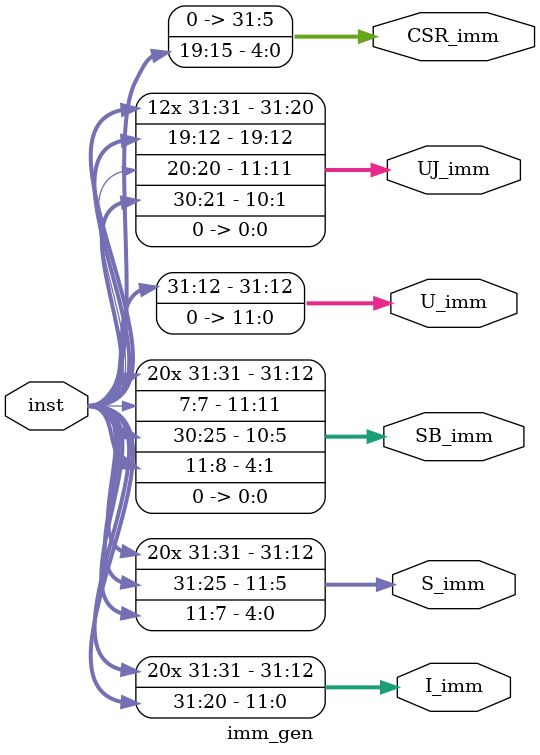
<source format=sv>
module imm_gen(
  input  logic [31:0] inst,
  output logic [31:0] I_imm,
  output logic [31:0] S_imm,
  output logic [31:0] SB_imm,
  output logic [31:0] U_imm,
  output logic [31:0] UJ_imm,
  output logic [31:0] CSR_imm
 );
  
 always_comb begin
      
    I_imm   = {{20{inst[31]}},inst[31:20]};
     
    S_imm   = {{20{inst[31]}},inst[31:25],inst[11:7]};
     
    SB_imm  = {{19{inst[31]}},inst[31],inst[7],inst[30:25],inst[11:8],1'b0};      
     
    U_imm   = {inst[31:12],12'd0};
     
    UJ_imm  = {{11{inst[31]}},inst[31],inst[19:12],inst[20],inst[30:21],1'b0};
 
    CSR_imm = {{27{1'b0}},inst[19:15]};
         
 end  
endmodule

</source>
